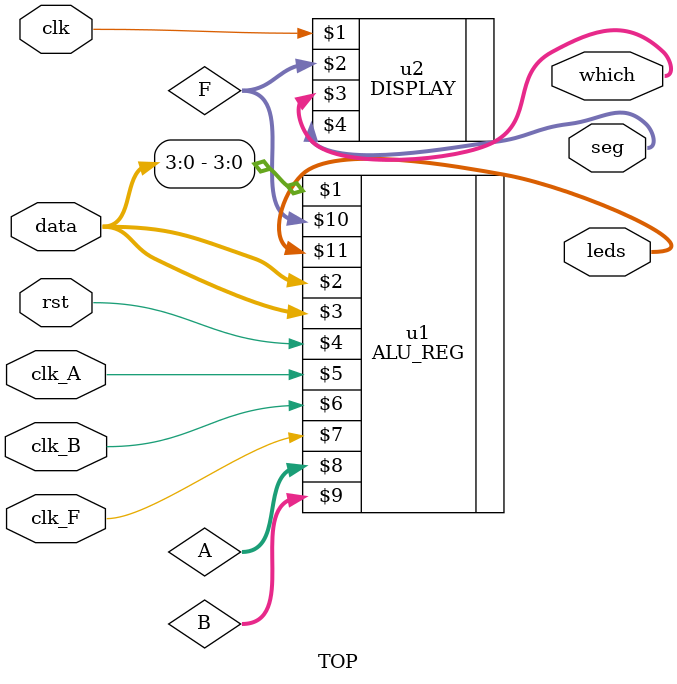
<source format=v>
`timescale 1ns / 1ps


module TOP (
    rst,
    clk,
    clk_A,
    clk_B,
    clk_F,
    data,
    leds,
    which,
    seg
);

  input rst, clk, clk_A, clk_B, clk_F; 
  input [31:0] data;

  output [3:0] leds;

  output [3:0] which;

  output [7:0] seg;

  wire [31:0] A, B, F;


  ALU_REG u1 (
      data[3:0],
      data,
      data,
      rst,
      clk_A,
      clk_B,
      clk_F,
      A,
      B,
      F,
      leds
  );

  DISPLAY u2 (
      clk,
      F,
      which,
      seg
  );


endmodule

</source>
